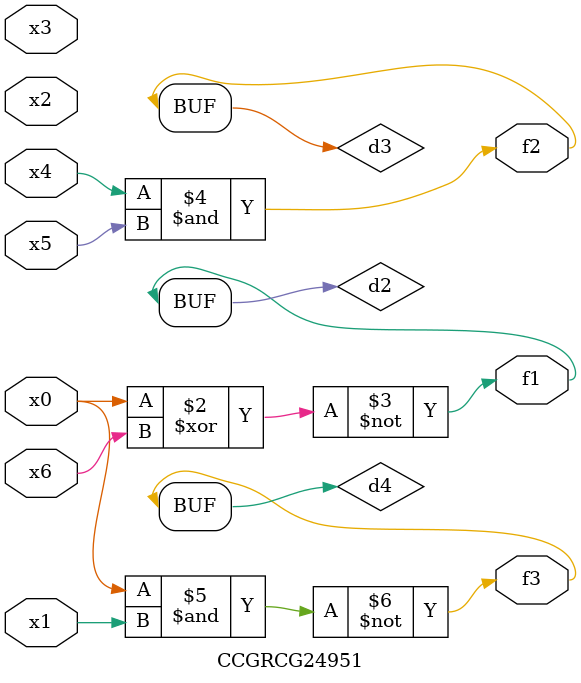
<source format=v>
module CCGRCG24951(
	input x0, x1, x2, x3, x4, x5, x6,
	output f1, f2, f3
);

	wire d1, d2, d3, d4;

	nor (d1, x0);
	xnor (d2, x0, x6);
	and (d3, x4, x5);
	nand (d4, x0, x1);
	assign f1 = d2;
	assign f2 = d3;
	assign f3 = d4;
endmodule

</source>
